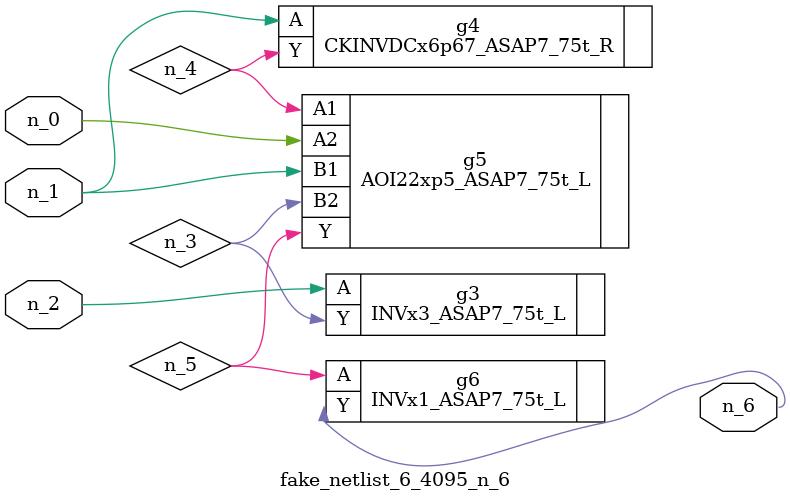
<source format=v>
module fake_netlist_6_4095_n_6 (n_1, n_0, n_2, n_6);

input n_1;
input n_0;
input n_2;

output n_6;

wire n_4;
wire n_3;
wire n_5;

INVx3_ASAP7_75t_L g3 ( 
.A(n_2),
.Y(n_3)
);

CKINVDCx6p67_ASAP7_75t_R g4 ( 
.A(n_1),
.Y(n_4)
);

AOI22xp5_ASAP7_75t_L g5 ( 
.A1(n_4),
.A2(n_0),
.B1(n_1),
.B2(n_3),
.Y(n_5)
);

INVx1_ASAP7_75t_L g6 ( 
.A(n_5),
.Y(n_6)
);


endmodule
</source>
